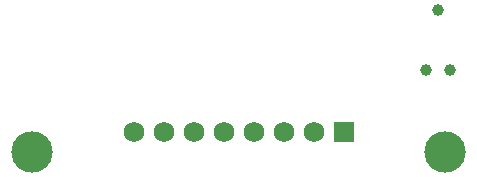
<source format=gbs>
G04*
G04 #@! TF.GenerationSoftware,Altium Limited,Altium Designer,21.6.4 (81)*
G04*
G04 Layer_Color=16711935*
%FSLAX44Y44*%
%MOMM*%
G71*
G04*
G04 #@! TF.SameCoordinates,816F8A91-06EC-47E4-87ED-5788FB9A99D2*
G04*
G04*
G04 #@! TF.FilePolarity,Negative*
G04*
G01*
G75*
%ADD34C,1.0000*%
%ADD35C,1.7500*%
%ADD36R,1.7500X1.7500*%
%ADD37C,3.5000*%
D34*
X358490Y94550D02*
D03*
X378810D02*
D03*
X368650Y145350D02*
D03*
D35*
X161900Y41700D02*
D03*
X187300D02*
D03*
X212700D02*
D03*
X263500D02*
D03*
X238100D02*
D03*
X136500D02*
D03*
X111100D02*
D03*
D36*
X288900D02*
D03*
D37*
X375000Y25000D02*
D03*
X25000D02*
D03*
M02*

</source>
